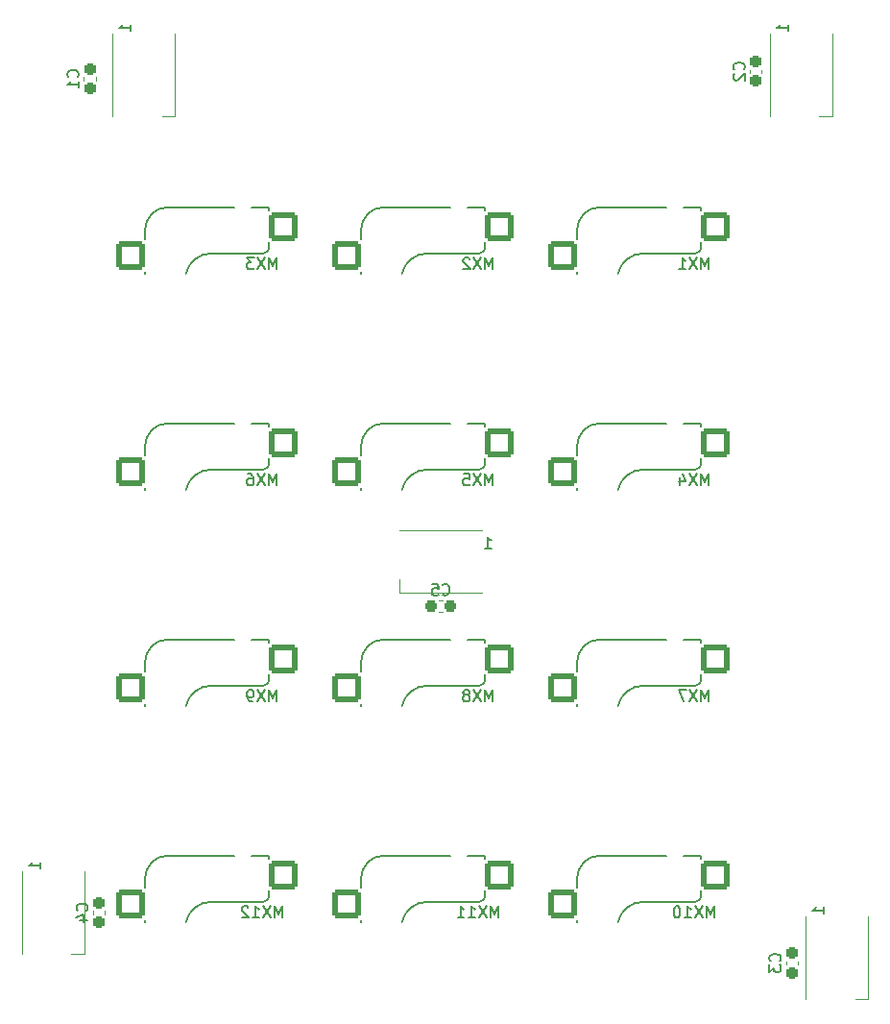
<source format=gbo>
G04 #@! TF.GenerationSoftware,KiCad,Pcbnew,7.0.5*
G04 #@! TF.CreationDate,2023-07-29T23:22:17-07:00*
G04 #@! TF.ProjectId,Custom_KeyPad,43757374-6f6d-45f4-9b65-795061642e6b,rev?*
G04 #@! TF.SameCoordinates,Original*
G04 #@! TF.FileFunction,Legend,Bot*
G04 #@! TF.FilePolarity,Positive*
%FSLAX46Y46*%
G04 Gerber Fmt 4.6, Leading zero omitted, Abs format (unit mm)*
G04 Created by KiCad (PCBNEW 7.0.5) date 2023-07-29 23:22:17*
%MOMM*%
%LPD*%
G01*
G04 APERTURE LIST*
G04 Aperture macros list*
%AMRoundRect*
0 Rectangle with rounded corners*
0 $1 Rounding radius*
0 $2 $3 $4 $5 $6 $7 $8 $9 X,Y pos of 4 corners*
0 Add a 4 corners polygon primitive as box body*
4,1,4,$2,$3,$4,$5,$6,$7,$8,$9,$2,$3,0*
0 Add four circle primitives for the rounded corners*
1,1,$1+$1,$2,$3*
1,1,$1+$1,$4,$5*
1,1,$1+$1,$6,$7*
1,1,$1+$1,$8,$9*
0 Add four rect primitives between the rounded corners*
20,1,$1+$1,$2,$3,$4,$5,0*
20,1,$1+$1,$4,$5,$6,$7,0*
20,1,$1+$1,$6,$7,$8,$9,0*
20,1,$1+$1,$8,$9,$2,$3,0*%
G04 Aperture macros list end*
%ADD10C,0.150000*%
%ADD11C,0.120000*%
%ADD12C,3.500000*%
%ADD13C,2.600000*%
%ADD14R,1.600000X1.600000*%
%ADD15O,1.600000X1.600000*%
%ADD16R,2.000000X2.000000*%
%ADD17C,2.000000*%
%ADD18R,2.000000X3.200000*%
%ADD19C,1.800000*%
%ADD20RoundRect,0.450000X-0.450000X-0.450000X0.450000X-0.450000X0.450000X0.450000X-0.450000X0.450000X0*%
%ADD21O,1.600000X2.000000*%
%ADD22C,1.750000*%
%ADD23C,3.987800*%
%ADD24C,3.300000*%
%ADD25RoundRect,0.250000X1.025000X1.000000X-1.025000X1.000000X-1.025000X-1.000000X1.025000X-1.000000X0*%
%ADD26RoundRect,0.237500X-0.237500X0.300000X-0.237500X-0.300000X0.237500X-0.300000X0.237500X0.300000X0*%
%ADD27R,1.500000X0.900000*%
%ADD28RoundRect,0.237500X0.300000X0.237500X-0.300000X0.237500X-0.300000X-0.237500X0.300000X-0.237500X0*%
%ADD29R,0.900000X1.500000*%
G04 APERTURE END LIST*
D10*
X146346904Y-131419819D02*
X146346904Y-130419819D01*
X146346904Y-130419819D02*
X146013571Y-131134104D01*
X146013571Y-131134104D02*
X145680238Y-130419819D01*
X145680238Y-130419819D02*
X145680238Y-131419819D01*
X145299285Y-130419819D02*
X144632619Y-131419819D01*
X144632619Y-130419819D02*
X145299285Y-131419819D01*
X143727857Y-131419819D02*
X144299285Y-131419819D01*
X144013571Y-131419819D02*
X144013571Y-130419819D01*
X144013571Y-130419819D02*
X144108809Y-130562676D01*
X144108809Y-130562676D02*
X144204047Y-130657914D01*
X144204047Y-130657914D02*
X144299285Y-130705533D01*
X143346904Y-130515057D02*
X143299285Y-130467438D01*
X143299285Y-130467438D02*
X143204047Y-130419819D01*
X143204047Y-130419819D02*
X142965952Y-130419819D01*
X142965952Y-130419819D02*
X142870714Y-130467438D01*
X142870714Y-130467438D02*
X142823095Y-130515057D01*
X142823095Y-130515057D02*
X142775476Y-130610295D01*
X142775476Y-130610295D02*
X142775476Y-130705533D01*
X142775476Y-130705533D02*
X142823095Y-130848390D01*
X142823095Y-130848390D02*
X143394523Y-131419819D01*
X143394523Y-131419819D02*
X142775476Y-131419819D01*
X187048330Y-56663333D02*
X187095950Y-56615714D01*
X187095950Y-56615714D02*
X187143569Y-56472857D01*
X187143569Y-56472857D02*
X187143569Y-56377619D01*
X187143569Y-56377619D02*
X187095950Y-56234762D01*
X187095950Y-56234762D02*
X187000711Y-56139524D01*
X187000711Y-56139524D02*
X186905473Y-56091905D01*
X186905473Y-56091905D02*
X186714997Y-56044286D01*
X186714997Y-56044286D02*
X186572140Y-56044286D01*
X186572140Y-56044286D02*
X186381664Y-56091905D01*
X186381664Y-56091905D02*
X186286426Y-56139524D01*
X186286426Y-56139524D02*
X186191188Y-56234762D01*
X186191188Y-56234762D02*
X186143569Y-56377619D01*
X186143569Y-56377619D02*
X186143569Y-56472857D01*
X186143569Y-56472857D02*
X186191188Y-56615714D01*
X186191188Y-56615714D02*
X186238807Y-56663333D01*
X186238807Y-57044286D02*
X186191188Y-57091905D01*
X186191188Y-57091905D02*
X186143569Y-57187143D01*
X186143569Y-57187143D02*
X186143569Y-57425238D01*
X186143569Y-57425238D02*
X186191188Y-57520476D01*
X186191188Y-57520476D02*
X186238807Y-57568095D01*
X186238807Y-57568095D02*
X186334045Y-57615714D01*
X186334045Y-57615714D02*
X186429283Y-57615714D01*
X186429283Y-57615714D02*
X186572140Y-57568095D01*
X186572140Y-57568095D02*
X187143569Y-56996667D01*
X187143569Y-56996667D02*
X187143569Y-57615714D01*
X164201785Y-98867319D02*
X164773213Y-98867319D01*
X164487499Y-98867319D02*
X164487499Y-97867319D01*
X164487499Y-97867319D02*
X164582737Y-98010176D01*
X164582737Y-98010176D02*
X164677975Y-98105414D01*
X164677975Y-98105414D02*
X164773213Y-98153033D01*
X164920713Y-93319819D02*
X164920713Y-92319819D01*
X164920713Y-92319819D02*
X164587380Y-93034104D01*
X164587380Y-93034104D02*
X164254047Y-92319819D01*
X164254047Y-92319819D02*
X164254047Y-93319819D01*
X163873094Y-92319819D02*
X163206428Y-93319819D01*
X163206428Y-92319819D02*
X163873094Y-93319819D01*
X162349285Y-92319819D02*
X162825475Y-92319819D01*
X162825475Y-92319819D02*
X162873094Y-92796009D01*
X162873094Y-92796009D02*
X162825475Y-92748390D01*
X162825475Y-92748390D02*
X162730237Y-92700771D01*
X162730237Y-92700771D02*
X162492142Y-92700771D01*
X162492142Y-92700771D02*
X162396904Y-92748390D01*
X162396904Y-92748390D02*
X162349285Y-92796009D01*
X162349285Y-92796009D02*
X162301666Y-92891247D01*
X162301666Y-92891247D02*
X162301666Y-93129342D01*
X162301666Y-93129342D02*
X162349285Y-93224580D01*
X162349285Y-93224580D02*
X162396904Y-93272200D01*
X162396904Y-93272200D02*
X162492142Y-93319819D01*
X162492142Y-93319819D02*
X162730237Y-93319819D01*
X162730237Y-93319819D02*
X162825475Y-93272200D01*
X162825475Y-93272200D02*
X162873094Y-93224580D01*
X145870713Y-93319819D02*
X145870713Y-92319819D01*
X145870713Y-92319819D02*
X145537380Y-93034104D01*
X145537380Y-93034104D02*
X145204047Y-92319819D01*
X145204047Y-92319819D02*
X145204047Y-93319819D01*
X144823094Y-92319819D02*
X144156428Y-93319819D01*
X144156428Y-92319819D02*
X144823094Y-93319819D01*
X143346904Y-92319819D02*
X143537380Y-92319819D01*
X143537380Y-92319819D02*
X143632618Y-92367438D01*
X143632618Y-92367438D02*
X143680237Y-92415057D01*
X143680237Y-92415057D02*
X143775475Y-92557914D01*
X143775475Y-92557914D02*
X143823094Y-92748390D01*
X143823094Y-92748390D02*
X143823094Y-93129342D01*
X143823094Y-93129342D02*
X143775475Y-93224580D01*
X143775475Y-93224580D02*
X143727856Y-93272200D01*
X143727856Y-93272200D02*
X143632618Y-93319819D01*
X143632618Y-93319819D02*
X143442142Y-93319819D01*
X143442142Y-93319819D02*
X143346904Y-93272200D01*
X143346904Y-93272200D02*
X143299285Y-93224580D01*
X143299285Y-93224580D02*
X143251666Y-93129342D01*
X143251666Y-93129342D02*
X143251666Y-92891247D01*
X143251666Y-92891247D02*
X143299285Y-92796009D01*
X143299285Y-92796009D02*
X143346904Y-92748390D01*
X143346904Y-92748390D02*
X143442142Y-92700771D01*
X143442142Y-92700771D02*
X143632618Y-92700771D01*
X143632618Y-92700771D02*
X143727856Y-92748390D01*
X143727856Y-92748390D02*
X143775475Y-92796009D01*
X143775475Y-92796009D02*
X143823094Y-92891247D01*
X160504166Y-102910830D02*
X160551785Y-102958450D01*
X160551785Y-102958450D02*
X160694642Y-103006069D01*
X160694642Y-103006069D02*
X160789880Y-103006069D01*
X160789880Y-103006069D02*
X160932737Y-102958450D01*
X160932737Y-102958450D02*
X161027975Y-102863211D01*
X161027975Y-102863211D02*
X161075594Y-102767973D01*
X161075594Y-102767973D02*
X161123213Y-102577497D01*
X161123213Y-102577497D02*
X161123213Y-102434640D01*
X161123213Y-102434640D02*
X161075594Y-102244164D01*
X161075594Y-102244164D02*
X161027975Y-102148926D01*
X161027975Y-102148926D02*
X160932737Y-102053688D01*
X160932737Y-102053688D02*
X160789880Y-102006069D01*
X160789880Y-102006069D02*
X160694642Y-102006069D01*
X160694642Y-102006069D02*
X160551785Y-102053688D01*
X160551785Y-102053688D02*
X160504166Y-102101307D01*
X159599404Y-102006069D02*
X160075594Y-102006069D01*
X160075594Y-102006069D02*
X160123213Y-102482259D01*
X160123213Y-102482259D02*
X160075594Y-102434640D01*
X160075594Y-102434640D02*
X159980356Y-102387021D01*
X159980356Y-102387021D02*
X159742261Y-102387021D01*
X159742261Y-102387021D02*
X159647023Y-102434640D01*
X159647023Y-102434640D02*
X159599404Y-102482259D01*
X159599404Y-102482259D02*
X159551785Y-102577497D01*
X159551785Y-102577497D02*
X159551785Y-102815592D01*
X159551785Y-102815592D02*
X159599404Y-102910830D01*
X159599404Y-102910830D02*
X159647023Y-102958450D01*
X159647023Y-102958450D02*
X159742261Y-103006069D01*
X159742261Y-103006069D02*
X159980356Y-103006069D01*
X159980356Y-103006069D02*
X160075594Y-102958450D01*
X160075594Y-102958450D02*
X160123213Y-102910830D01*
X145870713Y-112369819D02*
X145870713Y-111369819D01*
X145870713Y-111369819D02*
X145537380Y-112084104D01*
X145537380Y-112084104D02*
X145204047Y-111369819D01*
X145204047Y-111369819D02*
X145204047Y-112369819D01*
X144823094Y-111369819D02*
X144156428Y-112369819D01*
X144156428Y-111369819D02*
X144823094Y-112369819D01*
X143727856Y-112369819D02*
X143537380Y-112369819D01*
X143537380Y-112369819D02*
X143442142Y-112322200D01*
X143442142Y-112322200D02*
X143394523Y-112274580D01*
X143394523Y-112274580D02*
X143299285Y-112131723D01*
X143299285Y-112131723D02*
X143251666Y-111941247D01*
X143251666Y-111941247D02*
X143251666Y-111560295D01*
X143251666Y-111560295D02*
X143299285Y-111465057D01*
X143299285Y-111465057D02*
X143346904Y-111417438D01*
X143346904Y-111417438D02*
X143442142Y-111369819D01*
X143442142Y-111369819D02*
X143632618Y-111369819D01*
X143632618Y-111369819D02*
X143727856Y-111417438D01*
X143727856Y-111417438D02*
X143775475Y-111465057D01*
X143775475Y-111465057D02*
X143823094Y-111560295D01*
X143823094Y-111560295D02*
X143823094Y-111798390D01*
X143823094Y-111798390D02*
X143775475Y-111893628D01*
X143775475Y-111893628D02*
X143727856Y-111941247D01*
X143727856Y-111941247D02*
X143632618Y-111988866D01*
X143632618Y-111988866D02*
X143442142Y-111988866D01*
X143442142Y-111988866D02*
X143346904Y-111941247D01*
X143346904Y-111941247D02*
X143299285Y-111893628D01*
X143299285Y-111893628D02*
X143251666Y-111798390D01*
X183970713Y-74269819D02*
X183970713Y-73269819D01*
X183970713Y-73269819D02*
X183637380Y-73984104D01*
X183637380Y-73984104D02*
X183304047Y-73269819D01*
X183304047Y-73269819D02*
X183304047Y-74269819D01*
X182923094Y-73269819D02*
X182256428Y-74269819D01*
X182256428Y-73269819D02*
X182923094Y-74269819D01*
X181351666Y-74269819D02*
X181923094Y-74269819D01*
X181637380Y-74269819D02*
X181637380Y-73269819D01*
X181637380Y-73269819D02*
X181732618Y-73412676D01*
X181732618Y-73412676D02*
X181827856Y-73507914D01*
X181827856Y-73507914D02*
X181923094Y-73555533D01*
X164920713Y-74269819D02*
X164920713Y-73269819D01*
X164920713Y-73269819D02*
X164587380Y-73984104D01*
X164587380Y-73984104D02*
X164254047Y-73269819D01*
X164254047Y-73269819D02*
X164254047Y-74269819D01*
X163873094Y-73269819D02*
X163206428Y-74269819D01*
X163206428Y-73269819D02*
X163873094Y-74269819D01*
X162873094Y-73365057D02*
X162825475Y-73317438D01*
X162825475Y-73317438D02*
X162730237Y-73269819D01*
X162730237Y-73269819D02*
X162492142Y-73269819D01*
X162492142Y-73269819D02*
X162396904Y-73317438D01*
X162396904Y-73317438D02*
X162349285Y-73365057D01*
X162349285Y-73365057D02*
X162301666Y-73460295D01*
X162301666Y-73460295D02*
X162301666Y-73555533D01*
X162301666Y-73555533D02*
X162349285Y-73698390D01*
X162349285Y-73698390D02*
X162920713Y-74269819D01*
X162920713Y-74269819D02*
X162301666Y-74269819D01*
X194117319Y-131073214D02*
X194117319Y-130501786D01*
X194117319Y-130787500D02*
X193117319Y-130787500D01*
X193117319Y-130787500D02*
X193260176Y-130692262D01*
X193260176Y-130692262D02*
X193355414Y-130597024D01*
X193355414Y-130597024D02*
X193403033Y-130501786D01*
X164920713Y-112369819D02*
X164920713Y-111369819D01*
X164920713Y-111369819D02*
X164587380Y-112084104D01*
X164587380Y-112084104D02*
X164254047Y-111369819D01*
X164254047Y-111369819D02*
X164254047Y-112369819D01*
X163873094Y-111369819D02*
X163206428Y-112369819D01*
X163206428Y-111369819D02*
X163873094Y-112369819D01*
X162682618Y-111798390D02*
X162777856Y-111750771D01*
X162777856Y-111750771D02*
X162825475Y-111703152D01*
X162825475Y-111703152D02*
X162873094Y-111607914D01*
X162873094Y-111607914D02*
X162873094Y-111560295D01*
X162873094Y-111560295D02*
X162825475Y-111465057D01*
X162825475Y-111465057D02*
X162777856Y-111417438D01*
X162777856Y-111417438D02*
X162682618Y-111369819D01*
X162682618Y-111369819D02*
X162492142Y-111369819D01*
X162492142Y-111369819D02*
X162396904Y-111417438D01*
X162396904Y-111417438D02*
X162349285Y-111465057D01*
X162349285Y-111465057D02*
X162301666Y-111560295D01*
X162301666Y-111560295D02*
X162301666Y-111607914D01*
X162301666Y-111607914D02*
X162349285Y-111703152D01*
X162349285Y-111703152D02*
X162396904Y-111750771D01*
X162396904Y-111750771D02*
X162492142Y-111798390D01*
X162492142Y-111798390D02*
X162682618Y-111798390D01*
X162682618Y-111798390D02*
X162777856Y-111846009D01*
X162777856Y-111846009D02*
X162825475Y-111893628D01*
X162825475Y-111893628D02*
X162873094Y-111988866D01*
X162873094Y-111988866D02*
X162873094Y-112179342D01*
X162873094Y-112179342D02*
X162825475Y-112274580D01*
X162825475Y-112274580D02*
X162777856Y-112322200D01*
X162777856Y-112322200D02*
X162682618Y-112369819D01*
X162682618Y-112369819D02*
X162492142Y-112369819D01*
X162492142Y-112369819D02*
X162396904Y-112322200D01*
X162396904Y-112322200D02*
X162349285Y-112274580D01*
X162349285Y-112274580D02*
X162301666Y-112179342D01*
X162301666Y-112179342D02*
X162301666Y-111988866D01*
X162301666Y-111988866D02*
X162349285Y-111893628D01*
X162349285Y-111893628D02*
X162396904Y-111846009D01*
X162396904Y-111846009D02*
X162492142Y-111798390D01*
X184446904Y-131419819D02*
X184446904Y-130419819D01*
X184446904Y-130419819D02*
X184113571Y-131134104D01*
X184113571Y-131134104D02*
X183780238Y-130419819D01*
X183780238Y-130419819D02*
X183780238Y-131419819D01*
X183399285Y-130419819D02*
X182732619Y-131419819D01*
X182732619Y-130419819D02*
X183399285Y-131419819D01*
X181827857Y-131419819D02*
X182399285Y-131419819D01*
X182113571Y-131419819D02*
X182113571Y-130419819D01*
X182113571Y-130419819D02*
X182208809Y-130562676D01*
X182208809Y-130562676D02*
X182304047Y-130657914D01*
X182304047Y-130657914D02*
X182399285Y-130705533D01*
X181208809Y-130419819D02*
X181113571Y-130419819D01*
X181113571Y-130419819D02*
X181018333Y-130467438D01*
X181018333Y-130467438D02*
X180970714Y-130515057D01*
X180970714Y-130515057D02*
X180923095Y-130610295D01*
X180923095Y-130610295D02*
X180875476Y-130800771D01*
X180875476Y-130800771D02*
X180875476Y-131038866D01*
X180875476Y-131038866D02*
X180923095Y-131229342D01*
X180923095Y-131229342D02*
X180970714Y-131324580D01*
X180970714Y-131324580D02*
X181018333Y-131372200D01*
X181018333Y-131372200D02*
X181113571Y-131419819D01*
X181113571Y-131419819D02*
X181208809Y-131419819D01*
X181208809Y-131419819D02*
X181304047Y-131372200D01*
X181304047Y-131372200D02*
X181351666Y-131324580D01*
X181351666Y-131324580D02*
X181399285Y-131229342D01*
X181399285Y-131229342D02*
X181446904Y-131038866D01*
X181446904Y-131038866D02*
X181446904Y-130800771D01*
X181446904Y-130800771D02*
X181399285Y-130610295D01*
X181399285Y-130610295D02*
X181351666Y-130515057D01*
X181351666Y-130515057D02*
X181304047Y-130467438D01*
X181304047Y-130467438D02*
X181208809Y-130419819D01*
X165396904Y-131419819D02*
X165396904Y-130419819D01*
X165396904Y-130419819D02*
X165063571Y-131134104D01*
X165063571Y-131134104D02*
X164730238Y-130419819D01*
X164730238Y-130419819D02*
X164730238Y-131419819D01*
X164349285Y-130419819D02*
X163682619Y-131419819D01*
X163682619Y-130419819D02*
X164349285Y-131419819D01*
X162777857Y-131419819D02*
X163349285Y-131419819D01*
X163063571Y-131419819D02*
X163063571Y-130419819D01*
X163063571Y-130419819D02*
X163158809Y-130562676D01*
X163158809Y-130562676D02*
X163254047Y-130657914D01*
X163254047Y-130657914D02*
X163349285Y-130705533D01*
X161825476Y-131419819D02*
X162396904Y-131419819D01*
X162111190Y-131419819D02*
X162111190Y-130419819D01*
X162111190Y-130419819D02*
X162206428Y-130562676D01*
X162206428Y-130562676D02*
X162301666Y-130657914D01*
X162301666Y-130657914D02*
X162396904Y-130705533D01*
X132998569Y-53285714D02*
X132998569Y-52714286D01*
X132998569Y-53000000D02*
X131998569Y-53000000D01*
X131998569Y-53000000D02*
X132141426Y-52904762D01*
X132141426Y-52904762D02*
X132236664Y-52809524D01*
X132236664Y-52809524D02*
X132284283Y-52714286D01*
X183970713Y-93319819D02*
X183970713Y-92319819D01*
X183970713Y-92319819D02*
X183637380Y-93034104D01*
X183637380Y-93034104D02*
X183304047Y-92319819D01*
X183304047Y-92319819D02*
X183304047Y-93319819D01*
X182923094Y-92319819D02*
X182256428Y-93319819D01*
X182256428Y-92319819D02*
X182923094Y-93319819D01*
X181446904Y-92653152D02*
X181446904Y-93319819D01*
X181684999Y-92272200D02*
X181923094Y-92986485D01*
X181923094Y-92986485D02*
X181304047Y-92986485D01*
X128310830Y-57328333D02*
X128358450Y-57280714D01*
X128358450Y-57280714D02*
X128406069Y-57137857D01*
X128406069Y-57137857D02*
X128406069Y-57042619D01*
X128406069Y-57042619D02*
X128358450Y-56899762D01*
X128358450Y-56899762D02*
X128263211Y-56804524D01*
X128263211Y-56804524D02*
X128167973Y-56756905D01*
X128167973Y-56756905D02*
X127977497Y-56709286D01*
X127977497Y-56709286D02*
X127834640Y-56709286D01*
X127834640Y-56709286D02*
X127644164Y-56756905D01*
X127644164Y-56756905D02*
X127548926Y-56804524D01*
X127548926Y-56804524D02*
X127453688Y-56899762D01*
X127453688Y-56899762D02*
X127406069Y-57042619D01*
X127406069Y-57042619D02*
X127406069Y-57137857D01*
X127406069Y-57137857D02*
X127453688Y-57280714D01*
X127453688Y-57280714D02*
X127501307Y-57328333D01*
X128406069Y-58280714D02*
X128406069Y-57709286D01*
X128406069Y-57995000D02*
X127406069Y-57995000D01*
X127406069Y-57995000D02*
X127548926Y-57899762D01*
X127548926Y-57899762D02*
X127644164Y-57804524D01*
X127644164Y-57804524D02*
X127691783Y-57709286D01*
X183970713Y-112369819D02*
X183970713Y-111369819D01*
X183970713Y-111369819D02*
X183637380Y-112084104D01*
X183637380Y-112084104D02*
X183304047Y-111369819D01*
X183304047Y-111369819D02*
X183304047Y-112369819D01*
X182923094Y-111369819D02*
X182256428Y-112369819D01*
X182256428Y-111369819D02*
X182923094Y-112369819D01*
X181970713Y-111369819D02*
X181304047Y-111369819D01*
X181304047Y-111369819D02*
X181732618Y-112369819D01*
X124998569Y-127104464D02*
X124998569Y-126533036D01*
X124998569Y-126818750D02*
X123998569Y-126818750D01*
X123998569Y-126818750D02*
X124141426Y-126723512D01*
X124141426Y-126723512D02*
X124236664Y-126628274D01*
X124236664Y-126628274D02*
X124284283Y-126533036D01*
X190942319Y-53285714D02*
X190942319Y-52714286D01*
X190942319Y-53000000D02*
X189942319Y-53000000D01*
X189942319Y-53000000D02*
X190085176Y-52904762D01*
X190085176Y-52904762D02*
X190180414Y-52809524D01*
X190180414Y-52809524D02*
X190228033Y-52714286D01*
X190223330Y-135244583D02*
X190270950Y-135196964D01*
X190270950Y-135196964D02*
X190318569Y-135054107D01*
X190318569Y-135054107D02*
X190318569Y-134958869D01*
X190318569Y-134958869D02*
X190270950Y-134816012D01*
X190270950Y-134816012D02*
X190175711Y-134720774D01*
X190175711Y-134720774D02*
X190080473Y-134673155D01*
X190080473Y-134673155D02*
X189889997Y-134625536D01*
X189889997Y-134625536D02*
X189747140Y-134625536D01*
X189747140Y-134625536D02*
X189556664Y-134673155D01*
X189556664Y-134673155D02*
X189461426Y-134720774D01*
X189461426Y-134720774D02*
X189366188Y-134816012D01*
X189366188Y-134816012D02*
X189318569Y-134958869D01*
X189318569Y-134958869D02*
X189318569Y-135054107D01*
X189318569Y-135054107D02*
X189366188Y-135196964D01*
X189366188Y-135196964D02*
X189413807Y-135244583D01*
X189318569Y-135577917D02*
X189318569Y-136196964D01*
X189318569Y-136196964D02*
X189699521Y-135863631D01*
X189699521Y-135863631D02*
X189699521Y-136006488D01*
X189699521Y-136006488D02*
X189747140Y-136101726D01*
X189747140Y-136101726D02*
X189794759Y-136149345D01*
X189794759Y-136149345D02*
X189889997Y-136196964D01*
X189889997Y-136196964D02*
X190128092Y-136196964D01*
X190128092Y-136196964D02*
X190223330Y-136149345D01*
X190223330Y-136149345D02*
X190270950Y-136101726D01*
X190270950Y-136101726D02*
X190318569Y-136006488D01*
X190318569Y-136006488D02*
X190318569Y-135720774D01*
X190318569Y-135720774D02*
X190270950Y-135625536D01*
X190270950Y-135625536D02*
X190223330Y-135577917D01*
X129104580Y-130802083D02*
X129152200Y-130754464D01*
X129152200Y-130754464D02*
X129199819Y-130611607D01*
X129199819Y-130611607D02*
X129199819Y-130516369D01*
X129199819Y-130516369D02*
X129152200Y-130373512D01*
X129152200Y-130373512D02*
X129056961Y-130278274D01*
X129056961Y-130278274D02*
X128961723Y-130230655D01*
X128961723Y-130230655D02*
X128771247Y-130183036D01*
X128771247Y-130183036D02*
X128628390Y-130183036D01*
X128628390Y-130183036D02*
X128437914Y-130230655D01*
X128437914Y-130230655D02*
X128342676Y-130278274D01*
X128342676Y-130278274D02*
X128247438Y-130373512D01*
X128247438Y-130373512D02*
X128199819Y-130516369D01*
X128199819Y-130516369D02*
X128199819Y-130611607D01*
X128199819Y-130611607D02*
X128247438Y-130754464D01*
X128247438Y-130754464D02*
X128295057Y-130802083D01*
X128533152Y-131659226D02*
X129199819Y-131659226D01*
X128152200Y-131421131D02*
X128866485Y-131183036D01*
X128866485Y-131183036D02*
X128866485Y-131802083D01*
X145870713Y-74269819D02*
X145870713Y-73269819D01*
X145870713Y-73269819D02*
X145537380Y-73984104D01*
X145537380Y-73984104D02*
X145204047Y-73269819D01*
X145204047Y-73269819D02*
X145204047Y-74269819D01*
X144823094Y-73269819D02*
X144156428Y-74269819D01*
X144156428Y-73269819D02*
X144823094Y-74269819D01*
X143870713Y-73269819D02*
X143251666Y-73269819D01*
X143251666Y-73269819D02*
X143584999Y-73650771D01*
X143584999Y-73650771D02*
X143442142Y-73650771D01*
X143442142Y-73650771D02*
X143346904Y-73698390D01*
X143346904Y-73698390D02*
X143299285Y-73746009D01*
X143299285Y-73746009D02*
X143251666Y-73841247D01*
X143251666Y-73841247D02*
X143251666Y-74079342D01*
X143251666Y-74079342D02*
X143299285Y-74174580D01*
X143299285Y-74174580D02*
X143346904Y-74222200D01*
X143346904Y-74222200D02*
X143442142Y-74269819D01*
X143442142Y-74269819D02*
X143727856Y-74269819D01*
X143727856Y-74269819D02*
X143823094Y-74222200D01*
X143823094Y-74222200D02*
X143870713Y-74174580D01*
X145199824Y-129044780D02*
X145199824Y-129514780D01*
X145199824Y-125964780D02*
X145199824Y-126194780D01*
X144699824Y-130014780D02*
X140135000Y-130014780D01*
X143649824Y-125964780D02*
X145199824Y-125964780D01*
X136249824Y-125964780D02*
X142149824Y-125964780D01*
X134249824Y-131614780D02*
X134249824Y-131854780D01*
X134249824Y-128764780D02*
X134249824Y-127964780D01*
X144699824Y-130014780D02*
G75*
G03*
X145199824Y-129514780I-1J500001D01*
G01*
X140135000Y-130014781D02*
G75*
G03*
X137840679Y-131854780I-866J-2349331D01*
G01*
X136249824Y-125964780D02*
G75*
G03*
X134249824Y-127964780I5J-2000005D01*
G01*
D11*
X188628750Y-56683733D02*
X188628750Y-56976267D01*
X187608750Y-56683733D02*
X187608750Y-56976267D01*
X163987500Y-102762500D02*
X156687500Y-102762500D01*
X163987500Y-97262500D02*
X156687500Y-97262500D01*
X156687500Y-102762500D02*
X156687500Y-101612500D01*
D10*
X164249824Y-90944780D02*
X164249824Y-91414780D01*
X164249824Y-87864780D02*
X164249824Y-88094780D01*
X163749824Y-91914780D02*
X159185000Y-91914780D01*
X162699824Y-87864780D02*
X164249824Y-87864780D01*
X155299824Y-87864780D02*
X161199824Y-87864780D01*
X153299824Y-93514780D02*
X153299824Y-93754780D01*
X153299824Y-90664780D02*
X153299824Y-89864780D01*
X163749824Y-91914780D02*
G75*
G03*
X164249824Y-91414780I-1J500001D01*
G01*
X159185000Y-91914781D02*
G75*
G03*
X156890679Y-93754780I-866J-2349331D01*
G01*
X155299824Y-87864780D02*
G75*
G03*
X153299824Y-89864780I5J-2000005D01*
G01*
X145199824Y-90944780D02*
X145199824Y-91414780D01*
X145199824Y-87864780D02*
X145199824Y-88094780D01*
X144699824Y-91914780D02*
X140135000Y-91914780D01*
X143649824Y-87864780D02*
X145199824Y-87864780D01*
X136249824Y-87864780D02*
X142149824Y-87864780D01*
X134249824Y-93514780D02*
X134249824Y-93754780D01*
X134249824Y-90664780D02*
X134249824Y-89864780D01*
X144699824Y-91914780D02*
G75*
G03*
X145199824Y-91414780I-1J500001D01*
G01*
X140135000Y-91914781D02*
G75*
G03*
X137840679Y-93754780I-866J-2349331D01*
G01*
X136249824Y-87864780D02*
G75*
G03*
X134249824Y-89864780I5J-2000005D01*
G01*
D11*
X160483767Y-104491250D02*
X160191233Y-104491250D01*
X160483767Y-103471250D02*
X160191233Y-103471250D01*
D10*
X145199824Y-109994780D02*
X145199824Y-110464780D01*
X145199824Y-106914780D02*
X145199824Y-107144780D01*
X144699824Y-110964780D02*
X140135000Y-110964780D01*
X143649824Y-106914780D02*
X145199824Y-106914780D01*
X136249824Y-106914780D02*
X142149824Y-106914780D01*
X134249824Y-112564780D02*
X134249824Y-112804780D01*
X134249824Y-109714780D02*
X134249824Y-108914780D01*
X144699824Y-110964780D02*
G75*
G03*
X145199824Y-110464780I-1J500001D01*
G01*
X140135000Y-110964781D02*
G75*
G03*
X137840679Y-112804780I-866J-2349331D01*
G01*
X136249824Y-106914780D02*
G75*
G03*
X134249824Y-108914780I5J-2000005D01*
G01*
X183299824Y-71894780D02*
X183299824Y-72364780D01*
X183299824Y-68814780D02*
X183299824Y-69044780D01*
X182799824Y-72864780D02*
X178235000Y-72864780D01*
X181749824Y-68814780D02*
X183299824Y-68814780D01*
X174349824Y-68814780D02*
X180249824Y-68814780D01*
X172349824Y-74464780D02*
X172349824Y-74704780D01*
X172349824Y-71614780D02*
X172349824Y-70814780D01*
X182799824Y-72864780D02*
G75*
G03*
X183299824Y-72364780I-1J500001D01*
G01*
X178235000Y-72864781D02*
G75*
G03*
X175940679Y-74704780I-866J-2349331D01*
G01*
X174349824Y-68814780D02*
G75*
G03*
X172349824Y-70814780I5J-2000005D01*
G01*
X164249824Y-71894780D02*
X164249824Y-72364780D01*
X164249824Y-68814780D02*
X164249824Y-69044780D01*
X163749824Y-72864780D02*
X159185000Y-72864780D01*
X162699824Y-68814780D02*
X164249824Y-68814780D01*
X155299824Y-68814780D02*
X161199824Y-68814780D01*
X153299824Y-74464780D02*
X153299824Y-74704780D01*
X153299824Y-71614780D02*
X153299824Y-70814780D01*
X163749824Y-72864780D02*
G75*
G03*
X164249824Y-72364780I-1J500001D01*
G01*
X159185000Y-72864781D02*
G75*
G03*
X156890679Y-74704780I-866J-2349331D01*
G01*
X155299824Y-68814780D02*
G75*
G03*
X153299824Y-70814780I5J-2000005D01*
G01*
D11*
X198012500Y-131287500D02*
X198012500Y-138587500D01*
X192512500Y-131287500D02*
X192512500Y-138587500D01*
X198012500Y-138587500D02*
X196862500Y-138587500D01*
D10*
X164249824Y-109994780D02*
X164249824Y-110464780D01*
X164249824Y-106914780D02*
X164249824Y-107144780D01*
X163749824Y-110964780D02*
X159185000Y-110964780D01*
X162699824Y-106914780D02*
X164249824Y-106914780D01*
X155299824Y-106914780D02*
X161199824Y-106914780D01*
X153299824Y-112564780D02*
X153299824Y-112804780D01*
X153299824Y-109714780D02*
X153299824Y-108914780D01*
X163749824Y-110964780D02*
G75*
G03*
X164249824Y-110464780I-1J500001D01*
G01*
X159185000Y-110964781D02*
G75*
G03*
X156890679Y-112804780I-866J-2349331D01*
G01*
X155299824Y-106914780D02*
G75*
G03*
X153299824Y-108914780I5J-2000005D01*
G01*
X183299824Y-129044780D02*
X183299824Y-129514780D01*
X183299824Y-125964780D02*
X183299824Y-126194780D01*
X182799824Y-130014780D02*
X178235000Y-130014780D01*
X181749824Y-125964780D02*
X183299824Y-125964780D01*
X174349824Y-125964780D02*
X180249824Y-125964780D01*
X172349824Y-131614780D02*
X172349824Y-131854780D01*
X172349824Y-128764780D02*
X172349824Y-127964780D01*
X182799824Y-130014780D02*
G75*
G03*
X183299824Y-129514780I-1J500001D01*
G01*
X178235000Y-130014781D02*
G75*
G03*
X175940679Y-131854780I-866J-2349331D01*
G01*
X174349824Y-125964780D02*
G75*
G03*
X172349824Y-127964780I5J-2000005D01*
G01*
X164249824Y-129044780D02*
X164249824Y-129514780D01*
X164249824Y-125964780D02*
X164249824Y-126194780D01*
X163749824Y-130014780D02*
X159185000Y-130014780D01*
X162699824Y-125964780D02*
X164249824Y-125964780D01*
X155299824Y-125964780D02*
X161199824Y-125964780D01*
X153299824Y-131614780D02*
X153299824Y-131854780D01*
X153299824Y-128764780D02*
X153299824Y-127964780D01*
X163749824Y-130014780D02*
G75*
G03*
X164249824Y-129514780I-1J500001D01*
G01*
X159185000Y-130014781D02*
G75*
G03*
X156890679Y-131854780I-866J-2349331D01*
G01*
X155299824Y-125964780D02*
G75*
G03*
X153299824Y-127964780I5J-2000005D01*
G01*
D11*
X136893750Y-53500000D02*
X136893750Y-60800000D01*
X131393750Y-53500000D02*
X131393750Y-60800000D01*
X136893750Y-60800000D02*
X135743750Y-60800000D01*
D10*
X183299824Y-90944780D02*
X183299824Y-91414780D01*
X183299824Y-87864780D02*
X183299824Y-88094780D01*
X182799824Y-91914780D02*
X178235000Y-91914780D01*
X181749824Y-87864780D02*
X183299824Y-87864780D01*
X174349824Y-87864780D02*
X180249824Y-87864780D01*
X172349824Y-93514780D02*
X172349824Y-93754780D01*
X172349824Y-90664780D02*
X172349824Y-89864780D01*
X182799824Y-91914780D02*
G75*
G03*
X183299824Y-91414780I-1J500001D01*
G01*
X178235000Y-91914781D02*
G75*
G03*
X175940679Y-93754780I-866J-2349331D01*
G01*
X174349824Y-87864780D02*
G75*
G03*
X172349824Y-89864780I5J-2000005D01*
G01*
D11*
X129891250Y-57348733D02*
X129891250Y-57641267D01*
X128871250Y-57348733D02*
X128871250Y-57641267D01*
D10*
X183299824Y-109994780D02*
X183299824Y-110464780D01*
X183299824Y-106914780D02*
X183299824Y-107144780D01*
X182799824Y-110964780D02*
X178235000Y-110964780D01*
X181749824Y-106914780D02*
X183299824Y-106914780D01*
X174349824Y-106914780D02*
X180249824Y-106914780D01*
X172349824Y-112564780D02*
X172349824Y-112804780D01*
X172349824Y-109714780D02*
X172349824Y-108914780D01*
X182799824Y-110964780D02*
G75*
G03*
X183299824Y-110464780I-1J500001D01*
G01*
X178235000Y-110964781D02*
G75*
G03*
X175940679Y-112804780I-866J-2349331D01*
G01*
X174349824Y-106914780D02*
G75*
G03*
X172349824Y-108914780I5J-2000005D01*
G01*
D11*
X128893750Y-127318750D02*
X128893750Y-134618750D01*
X123393750Y-127318750D02*
X123393750Y-134618750D01*
X128893750Y-134618750D02*
X127743750Y-134618750D01*
X194837500Y-53500000D02*
X194837500Y-60800000D01*
X189337500Y-53500000D02*
X189337500Y-60800000D01*
X194837500Y-60800000D02*
X193687500Y-60800000D01*
X191803750Y-135264983D02*
X191803750Y-135557517D01*
X190783750Y-135264983D02*
X190783750Y-135557517D01*
X130685000Y-130822483D02*
X130685000Y-131115017D01*
X129665000Y-130822483D02*
X129665000Y-131115017D01*
D10*
X145199824Y-71894780D02*
X145199824Y-72364780D01*
X145199824Y-68814780D02*
X145199824Y-69044780D01*
X144699824Y-72864780D02*
X140135000Y-72864780D01*
X143649824Y-68814780D02*
X145199824Y-68814780D01*
X136249824Y-68814780D02*
X142149824Y-68814780D01*
X134249824Y-74464780D02*
X134249824Y-74704780D01*
X134249824Y-71614780D02*
X134249824Y-70814780D01*
X144699824Y-72864780D02*
G75*
G03*
X145199824Y-72364780I-1J500001D01*
G01*
X140135000Y-72864781D02*
G75*
G03*
X137840679Y-74704780I-866J-2349331D01*
G01*
X136249824Y-68814780D02*
G75*
G03*
X134249824Y-70814780I5J-2000005D01*
G01*
%LPC*%
D12*
X203000000Y-60772695D03*
D13*
X203000000Y-60772695D03*
X128587500Y-91281250D03*
D12*
X128587500Y-91281250D03*
D14*
X104443750Y-95380000D03*
D15*
X104443750Y-103000000D03*
D16*
X200500000Y-91750000D03*
D17*
X195500000Y-91750000D03*
X198000000Y-91750000D03*
D18*
X203600000Y-99250000D03*
X192400000Y-99250000D03*
D17*
X195500000Y-106250000D03*
X200500000Y-106250000D03*
D14*
X115556250Y-95380000D03*
D15*
X115556250Y-103000000D03*
D14*
X121112500Y-109667500D03*
D15*
X121112500Y-117287500D03*
D13*
X128587500Y-39000000D03*
D12*
X128587500Y-39000000D03*
D16*
X200500000Y-113750000D03*
D17*
X195500000Y-113750000D03*
X198000000Y-113750000D03*
D18*
X203600000Y-121250000D03*
X192400000Y-121250000D03*
D17*
X195500000Y-128250000D03*
X200500000Y-128250000D03*
D14*
X110331250Y-123983750D03*
D15*
X110331250Y-131603750D03*
D14*
X115556250Y-123983750D03*
D15*
X115556250Y-131603750D03*
D14*
X115556250Y-109667500D03*
D15*
X115556250Y-117287500D03*
D14*
X121112500Y-95380000D03*
D15*
X121112500Y-103000000D03*
D13*
X128587500Y-117475000D03*
D12*
X128587500Y-117475000D03*
D16*
X200500000Y-69750000D03*
D17*
X195500000Y-69750000D03*
X198000000Y-69750000D03*
D18*
X203600000Y-77250000D03*
X192400000Y-77250000D03*
D17*
X195500000Y-84250000D03*
X200500000Y-84250000D03*
D13*
X101000000Y-39000000D03*
D12*
X101000000Y-39000000D03*
D13*
X171153689Y-60772695D03*
D12*
X171153689Y-60772695D03*
D14*
X121112500Y-80140000D03*
D15*
X121112500Y-87760000D03*
D19*
X105380000Y-39211250D03*
X105380000Y-41751250D03*
D20*
X105380000Y-44291250D03*
X105380000Y-46831250D03*
D19*
X105380000Y-49371250D03*
X105380000Y-51911250D03*
X105380000Y-54451250D03*
X105380000Y-56991250D03*
X105380000Y-59531250D03*
X105380000Y-62071250D03*
X105380000Y-64611250D03*
X105380000Y-67151250D03*
X120620000Y-39211250D03*
D20*
X120620000Y-41751250D03*
D19*
X120620000Y-44291250D03*
X120620000Y-46831250D03*
X120620000Y-49371250D03*
X120620000Y-51911250D03*
X120620000Y-54451250D03*
X120620000Y-56991250D03*
X120620000Y-59531250D03*
X120620000Y-62071250D03*
X120620000Y-64611250D03*
X120620000Y-67151250D03*
D14*
X104443750Y-80140000D03*
D15*
X104443750Y-87760000D03*
D13*
X203000000Y-39000000D03*
D12*
X203000000Y-39000000D03*
D13*
X147947592Y-60772480D03*
D12*
X147947592Y-60772480D03*
D14*
X110000000Y-80140000D03*
D15*
X110000000Y-87760000D03*
D13*
X171158857Y-37656395D03*
D12*
X171158857Y-37656395D03*
D14*
X110000000Y-95380000D03*
D15*
X110000000Y-103000000D03*
D14*
X115556250Y-80140000D03*
D15*
X115556250Y-87760000D03*
D14*
X104443750Y-109667500D03*
D15*
X104443750Y-117287500D03*
D13*
X101000000Y-141000000D03*
D12*
X101000000Y-141000000D03*
D14*
X104443750Y-123983750D03*
D15*
X104443750Y-131603750D03*
D13*
X147943149Y-37649935D03*
D12*
X147943149Y-37649935D03*
D14*
X110000000Y-109667500D03*
D15*
X110000000Y-117287500D03*
D21*
X155623750Y-37262500D03*
X158163750Y-37262500D03*
X160703750Y-37262500D03*
X163243750Y-37262500D03*
D13*
X203000000Y-141000000D03*
D12*
X203000000Y-141000000D03*
D22*
X145415000Y-132715000D03*
D23*
X140335000Y-132715000D03*
D22*
X135255000Y-132715000D03*
D24*
X136525000Y-130175000D03*
D25*
X132975000Y-130175000D03*
X146425000Y-127635000D03*
D24*
X142875000Y-127635000D03*
D26*
X188118750Y-55967500D03*
X188118750Y-57692500D03*
D27*
X162787500Y-98362500D03*
X162787500Y-101662500D03*
X157887500Y-101662500D03*
X157887500Y-98362500D03*
D22*
X164465000Y-94615000D03*
D23*
X159385000Y-94615000D03*
D22*
X154305000Y-94615000D03*
D24*
X155575000Y-92075000D03*
D25*
X152025000Y-92075000D03*
X165475000Y-89535000D03*
D24*
X161925000Y-89535000D03*
D22*
X145415000Y-94615000D03*
D23*
X140335000Y-94615000D03*
D22*
X135255000Y-94615000D03*
D24*
X136525000Y-92075000D03*
D25*
X132975000Y-92075000D03*
X146425000Y-89535000D03*
D24*
X142875000Y-89535000D03*
D28*
X161200000Y-103981250D03*
X159475000Y-103981250D03*
D22*
X145415000Y-113665000D03*
D23*
X140335000Y-113665000D03*
D22*
X135255000Y-113665000D03*
D24*
X136525000Y-111125000D03*
D25*
X132975000Y-111125000D03*
X146425000Y-108585000D03*
D24*
X142875000Y-108585000D03*
D22*
X183515000Y-75565000D03*
D23*
X178435000Y-75565000D03*
D22*
X173355000Y-75565000D03*
D24*
X174625000Y-73025000D03*
D25*
X171075000Y-73025000D03*
X184525000Y-70485000D03*
D24*
X180975000Y-70485000D03*
D22*
X164465000Y-75565000D03*
D23*
X159385000Y-75565000D03*
D22*
X154305000Y-75565000D03*
D24*
X155575000Y-73025000D03*
D25*
X152025000Y-73025000D03*
X165475000Y-70485000D03*
D24*
X161925000Y-70485000D03*
D29*
X193612500Y-132487500D03*
X196912500Y-132487500D03*
X196912500Y-137387500D03*
X193612500Y-137387500D03*
D22*
X164465000Y-113665000D03*
D23*
X159385000Y-113665000D03*
D22*
X154305000Y-113665000D03*
D24*
X155575000Y-111125000D03*
D25*
X152025000Y-111125000D03*
X165475000Y-108585000D03*
D24*
X161925000Y-108585000D03*
D22*
X183515000Y-132715000D03*
D23*
X178435000Y-132715000D03*
D22*
X173355000Y-132715000D03*
D24*
X174625000Y-130175000D03*
D25*
X171075000Y-130175000D03*
X184525000Y-127635000D03*
D24*
X180975000Y-127635000D03*
D22*
X164465000Y-132715000D03*
D23*
X159385000Y-132715000D03*
D22*
X154305000Y-132715000D03*
D24*
X155575000Y-130175000D03*
D25*
X152025000Y-130175000D03*
X165475000Y-127635000D03*
D24*
X161925000Y-127635000D03*
D29*
X132493750Y-54700000D03*
X135793750Y-54700000D03*
X135793750Y-59600000D03*
X132493750Y-59600000D03*
D22*
X183515000Y-94615000D03*
D23*
X178435000Y-94615000D03*
D22*
X173355000Y-94615000D03*
D24*
X174625000Y-92075000D03*
D25*
X171075000Y-92075000D03*
X184525000Y-89535000D03*
D24*
X180975000Y-89535000D03*
D26*
X129381250Y-56632500D03*
X129381250Y-58357500D03*
D22*
X183515000Y-113665000D03*
D23*
X178435000Y-113665000D03*
D22*
X173355000Y-113665000D03*
D24*
X174625000Y-111125000D03*
D25*
X171075000Y-111125000D03*
X184525000Y-108585000D03*
D24*
X180975000Y-108585000D03*
D29*
X124493750Y-128518750D03*
X127793750Y-128518750D03*
X127793750Y-133418750D03*
X124493750Y-133418750D03*
X190437500Y-54700000D03*
X193737500Y-54700000D03*
X193737500Y-59600000D03*
X190437500Y-59600000D03*
D26*
X191293750Y-134548750D03*
X191293750Y-136273750D03*
X130175000Y-130106250D03*
X130175000Y-131831250D03*
D22*
X145415000Y-75565000D03*
D23*
X140335000Y-75565000D03*
D22*
X135255000Y-75565000D03*
D24*
X136525000Y-73025000D03*
D25*
X132975000Y-73025000D03*
X146425000Y-70485000D03*
D24*
X142875000Y-70485000D03*
%LPD*%
M02*

</source>
